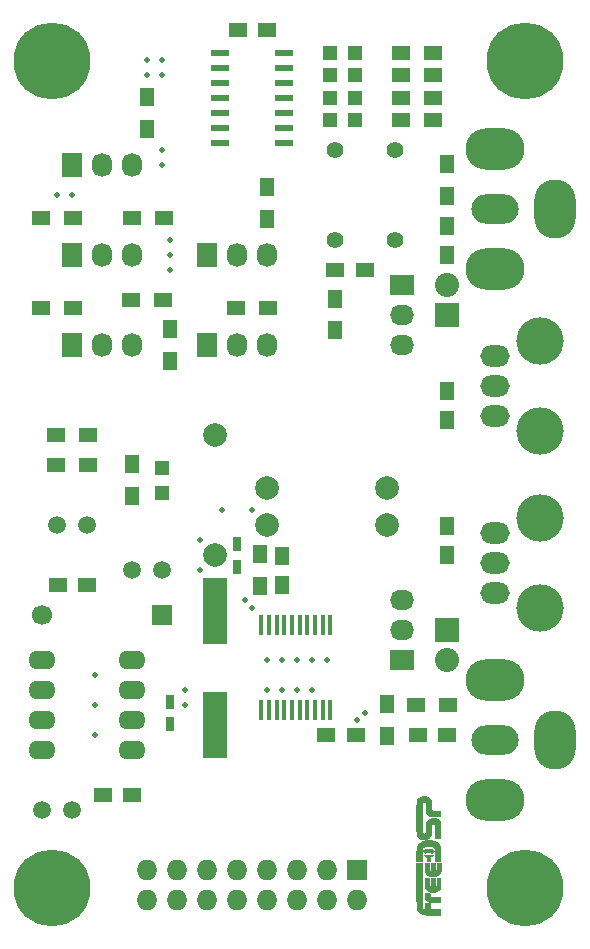
<source format=gts>
G04 #@! TF.FileFunction,Soldermask,Top*
%FSLAX46Y46*%
G04 Gerber Fmt 4.6, Leading zero omitted, Abs format (unit mm)*
G04 Created by KiCad (PCBNEW (2015-07-22 BZR 5980)-product) date Montag, 16. Mai 2016 'u14' 16:14:33*
%MOMM*%
G01*
G04 APERTURE LIST*
%ADD10C,0.100000*%
%ADD11C,0.500000*%
%ADD12C,6.500000*%
%ADD13C,1.501140*%
%ADD14R,1.500000X1.250000*%
%ADD15R,1.250000X1.500000*%
%ADD16R,0.750000X1.200000*%
%ADD17C,1.699260*%
%ADD18R,1.699260X1.699260*%
%ADD19R,1.198880X1.198880*%
%ADD20O,3.500000X5.000000*%
%ADD21O,5.000000X3.500000*%
%ADD22O,4.000000X2.500000*%
%ADD23R,2.032000X1.727200*%
%ADD24O,2.032000X1.727200*%
%ADD25R,1.727200X2.032000*%
%ADD26O,1.727200X2.032000*%
%ADD27C,1.998980*%
%ADD28R,1.727200X1.727200*%
%ADD29O,1.727200X1.727200*%
%ADD30R,1.300000X1.500000*%
%ADD31R,1.500000X1.300000*%
%ADD32C,1.397000*%
%ADD33O,2.300000X1.600000*%
%ADD34O,2.500000X1.800000*%
%ADD35C,4.000000*%
%ADD36R,1.500000X0.600000*%
%ADD37R,0.450000X1.750000*%
%ADD38R,2.032000X2.032000*%
%ADD39O,2.032000X2.032000*%
%ADD40R,2.100580X5.600700*%
G04 APERTURE END LIST*
D10*
G36*
X137370344Y-142843250D02*
X137370344Y-143228219D01*
X137370354Y-143292542D01*
X137370389Y-143349381D01*
X137370455Y-143399187D01*
X137370560Y-143442415D01*
X137370712Y-143479516D01*
X137370916Y-143510943D01*
X137371181Y-143537150D01*
X137371513Y-143558588D01*
X137371921Y-143575711D01*
X137372409Y-143588972D01*
X137372987Y-143598823D01*
X137373661Y-143605717D01*
X137374438Y-143610106D01*
X137375325Y-143612444D01*
X137376330Y-143613184D01*
X137376417Y-143613187D01*
X137384906Y-143611357D01*
X137398224Y-143606476D01*
X137414321Y-143599462D01*
X137431152Y-143591229D01*
X137446669Y-143582695D01*
X137452376Y-143579194D01*
X137473047Y-143563959D01*
X137491810Y-143546422D01*
X137506622Y-143528636D01*
X137513075Y-143518096D01*
X137515940Y-143512134D01*
X137518443Y-143505964D01*
X137520607Y-143499032D01*
X137522457Y-143490786D01*
X137524018Y-143480673D01*
X137525313Y-143468140D01*
X137526369Y-143452634D01*
X137527208Y-143433602D01*
X137527856Y-143410491D01*
X137528336Y-143382748D01*
X137528675Y-143349820D01*
X137528895Y-143311154D01*
X137529022Y-143266198D01*
X137529080Y-143214398D01*
X137529094Y-143156586D01*
X137529094Y-142851187D01*
X137693797Y-142851187D01*
X137858500Y-142851187D01*
X137857979Y-143193492D01*
X137857864Y-143245597D01*
X137857686Y-143295898D01*
X137857450Y-143343763D01*
X137857163Y-143388558D01*
X137856830Y-143429652D01*
X137856459Y-143466412D01*
X137856054Y-143498205D01*
X137855623Y-143524399D01*
X137855172Y-143544363D01*
X137854706Y-143557462D01*
X137854375Y-143562200D01*
X137843991Y-143617619D01*
X137826184Y-143670622D01*
X137801176Y-143720930D01*
X137769187Y-143768264D01*
X137730439Y-143812348D01*
X137685153Y-143852901D01*
X137633550Y-143889647D01*
X137575851Y-143922306D01*
X137563128Y-143928549D01*
X137506809Y-143952905D01*
X137449672Y-143972233D01*
X137390317Y-143986849D01*
X137327347Y-143997070D01*
X137259363Y-144003211D01*
X137225485Y-144004770D01*
X137147101Y-144004775D01*
X137073667Y-143999240D01*
X137004285Y-143987990D01*
X136938056Y-143970854D01*
X136874082Y-143947657D01*
X136832578Y-143928903D01*
X136774499Y-143896990D01*
X136722668Y-143861011D01*
X136677300Y-143821189D01*
X136638608Y-143777745D01*
X136606804Y-143730903D01*
X136582104Y-143680884D01*
X136574149Y-143659712D01*
X136570357Y-143648754D01*
X136567012Y-143638969D01*
X136564082Y-143629814D01*
X136561538Y-143620743D01*
X136559350Y-143611214D01*
X136557490Y-143600682D01*
X136555926Y-143588602D01*
X136554630Y-143574432D01*
X136553572Y-143557626D01*
X136552722Y-143537641D01*
X136552051Y-143513933D01*
X136551528Y-143485957D01*
X136551125Y-143453169D01*
X136550811Y-143415027D01*
X136550558Y-143370984D01*
X136550334Y-143320498D01*
X136550111Y-143263024D01*
X136549928Y-143215320D01*
X136548500Y-142851187D01*
X136717237Y-142851187D01*
X136885975Y-142851187D01*
X136887058Y-143171664D01*
X136888141Y-143492141D01*
X136899939Y-143513442D01*
X136909774Y-143528102D01*
X136922636Y-143543345D01*
X136931689Y-143552206D01*
X136949729Y-143565839D01*
X136972818Y-143580144D01*
X136998350Y-143593681D01*
X137023723Y-143605016D01*
X137035058Y-143609244D01*
X137056813Y-143616729D01*
X137056813Y-143229989D01*
X137056813Y-142843250D01*
X137213578Y-142843250D01*
X137370344Y-142843250D01*
X137370344Y-142843250D01*
X137370344Y-142843250D01*
G37*
X137370344Y-142843250D02*
X137370344Y-143228219D01*
X137370354Y-143292542D01*
X137370389Y-143349381D01*
X137370455Y-143399187D01*
X137370560Y-143442415D01*
X137370712Y-143479516D01*
X137370916Y-143510943D01*
X137371181Y-143537150D01*
X137371513Y-143558588D01*
X137371921Y-143575711D01*
X137372409Y-143588972D01*
X137372987Y-143598823D01*
X137373661Y-143605717D01*
X137374438Y-143610106D01*
X137375325Y-143612444D01*
X137376330Y-143613184D01*
X137376417Y-143613187D01*
X137384906Y-143611357D01*
X137398224Y-143606476D01*
X137414321Y-143599462D01*
X137431152Y-143591229D01*
X137446669Y-143582695D01*
X137452376Y-143579194D01*
X137473047Y-143563959D01*
X137491810Y-143546422D01*
X137506622Y-143528636D01*
X137513075Y-143518096D01*
X137515940Y-143512134D01*
X137518443Y-143505964D01*
X137520607Y-143499032D01*
X137522457Y-143490786D01*
X137524018Y-143480673D01*
X137525313Y-143468140D01*
X137526369Y-143452634D01*
X137527208Y-143433602D01*
X137527856Y-143410491D01*
X137528336Y-143382748D01*
X137528675Y-143349820D01*
X137528895Y-143311154D01*
X137529022Y-143266198D01*
X137529080Y-143214398D01*
X137529094Y-143156586D01*
X137529094Y-142851187D01*
X137693797Y-142851187D01*
X137858500Y-142851187D01*
X137857979Y-143193492D01*
X137857864Y-143245597D01*
X137857686Y-143295898D01*
X137857450Y-143343763D01*
X137857163Y-143388558D01*
X137856830Y-143429652D01*
X137856459Y-143466412D01*
X137856054Y-143498205D01*
X137855623Y-143524399D01*
X137855172Y-143544363D01*
X137854706Y-143557462D01*
X137854375Y-143562200D01*
X137843991Y-143617619D01*
X137826184Y-143670622D01*
X137801176Y-143720930D01*
X137769187Y-143768264D01*
X137730439Y-143812348D01*
X137685153Y-143852901D01*
X137633550Y-143889647D01*
X137575851Y-143922306D01*
X137563128Y-143928549D01*
X137506809Y-143952905D01*
X137449672Y-143972233D01*
X137390317Y-143986849D01*
X137327347Y-143997070D01*
X137259363Y-144003211D01*
X137225485Y-144004770D01*
X137147101Y-144004775D01*
X137073667Y-143999240D01*
X137004285Y-143987990D01*
X136938056Y-143970854D01*
X136874082Y-143947657D01*
X136832578Y-143928903D01*
X136774499Y-143896990D01*
X136722668Y-143861011D01*
X136677300Y-143821189D01*
X136638608Y-143777745D01*
X136606804Y-143730903D01*
X136582104Y-143680884D01*
X136574149Y-143659712D01*
X136570357Y-143648754D01*
X136567012Y-143638969D01*
X136564082Y-143629814D01*
X136561538Y-143620743D01*
X136559350Y-143611214D01*
X136557490Y-143600682D01*
X136555926Y-143588602D01*
X136554630Y-143574432D01*
X136553572Y-143557626D01*
X136552722Y-143537641D01*
X136552051Y-143513933D01*
X136551528Y-143485957D01*
X136551125Y-143453169D01*
X136550811Y-143415027D01*
X136550558Y-143370984D01*
X136550334Y-143320498D01*
X136550111Y-143263024D01*
X136549928Y-143215320D01*
X136548500Y-142851187D01*
X136717237Y-142851187D01*
X136885975Y-142851187D01*
X136887058Y-143171664D01*
X136888141Y-143492141D01*
X136899939Y-143513442D01*
X136909774Y-143528102D01*
X136922636Y-143543345D01*
X136931689Y-143552206D01*
X136949729Y-143565839D01*
X136972818Y-143580144D01*
X136998350Y-143593681D01*
X137023723Y-143605016D01*
X137035058Y-143609244D01*
X137056813Y-143616729D01*
X137056813Y-143229989D01*
X137056813Y-142843250D01*
X137213578Y-142843250D01*
X137370344Y-142843250D01*
X137370344Y-142843250D01*
G36*
X136921875Y-145403094D02*
X136922211Y-145443773D01*
X136922442Y-145460115D01*
X136922894Y-145482518D01*
X136923524Y-145509112D01*
X136924286Y-145538024D01*
X136925134Y-145567385D01*
X136925391Y-145575734D01*
X136926335Y-145605061D01*
X136927206Y-145627681D01*
X136928153Y-145644824D01*
X136929327Y-145657718D01*
X136930878Y-145667592D01*
X136932954Y-145675673D01*
X136935706Y-145683191D01*
X136939285Y-145691374D01*
X136939578Y-145692021D01*
X136955098Y-145717591D01*
X136976037Y-145739269D01*
X137000659Y-145755401D01*
X137010747Y-145759781D01*
X137018390Y-145762592D01*
X137025740Y-145765080D01*
X137033298Y-145767260D01*
X137041567Y-145769150D01*
X137051049Y-145770764D01*
X137062248Y-145772119D01*
X137075665Y-145773230D01*
X137091803Y-145774114D01*
X137111164Y-145774786D01*
X137134251Y-145775262D01*
X137161565Y-145775558D01*
X137193611Y-145775690D01*
X137230889Y-145775674D01*
X137273903Y-145775526D01*
X137323155Y-145775261D01*
X137379148Y-145774895D01*
X137442383Y-145774445D01*
X137468571Y-145774254D01*
X137854532Y-145771431D01*
X137854532Y-145960325D01*
X137854532Y-146149219D01*
X137393164Y-146149195D01*
X137319998Y-146149186D01*
X137254302Y-146149156D01*
X137195611Y-146149090D01*
X137143458Y-146148972D01*
X137097378Y-146148788D01*
X137056903Y-146148521D01*
X137021567Y-146148157D01*
X136990904Y-146147681D01*
X136964447Y-146147076D01*
X136941730Y-146146327D01*
X136922287Y-146145420D01*
X136905652Y-146144339D01*
X136891357Y-146143069D01*
X136878936Y-146141594D01*
X136867924Y-146139899D01*
X136857854Y-146137968D01*
X136848259Y-146135787D01*
X136838672Y-146133339D01*
X136828772Y-146130650D01*
X136776257Y-146112404D01*
X136728414Y-146088072D01*
X136685604Y-146058017D01*
X136648191Y-146022600D01*
X136616538Y-145982183D01*
X136591007Y-145937128D01*
X136571961Y-145887797D01*
X136566852Y-145869422D01*
X136563748Y-145856250D01*
X136561133Y-145842972D01*
X136558966Y-145828791D01*
X136557206Y-145812908D01*
X136555813Y-145794528D01*
X136554745Y-145772853D01*
X136553962Y-145747085D01*
X136553422Y-145716428D01*
X136553086Y-145680085D01*
X136552911Y-145637258D01*
X136552860Y-145596570D01*
X136552782Y-145403094D01*
X136737328Y-145403094D01*
X136921875Y-145403094D01*
X136921875Y-145403094D01*
X136921875Y-145403094D01*
G37*
X136921875Y-145403094D02*
X136922211Y-145443773D01*
X136922442Y-145460115D01*
X136922894Y-145482518D01*
X136923524Y-145509112D01*
X136924286Y-145538024D01*
X136925134Y-145567385D01*
X136925391Y-145575734D01*
X136926335Y-145605061D01*
X136927206Y-145627681D01*
X136928153Y-145644824D01*
X136929327Y-145657718D01*
X136930878Y-145667592D01*
X136932954Y-145675673D01*
X136935706Y-145683191D01*
X136939285Y-145691374D01*
X136939578Y-145692021D01*
X136955098Y-145717591D01*
X136976037Y-145739269D01*
X137000659Y-145755401D01*
X137010747Y-145759781D01*
X137018390Y-145762592D01*
X137025740Y-145765080D01*
X137033298Y-145767260D01*
X137041567Y-145769150D01*
X137051049Y-145770764D01*
X137062248Y-145772119D01*
X137075665Y-145773230D01*
X137091803Y-145774114D01*
X137111164Y-145774786D01*
X137134251Y-145775262D01*
X137161565Y-145775558D01*
X137193611Y-145775690D01*
X137230889Y-145775674D01*
X137273903Y-145775526D01*
X137323155Y-145775261D01*
X137379148Y-145774895D01*
X137442383Y-145774445D01*
X137468571Y-145774254D01*
X137854532Y-145771431D01*
X137854532Y-145960325D01*
X137854532Y-146149219D01*
X137393164Y-146149195D01*
X137319998Y-146149186D01*
X137254302Y-146149156D01*
X137195611Y-146149090D01*
X137143458Y-146148972D01*
X137097378Y-146148788D01*
X137056903Y-146148521D01*
X137021567Y-146148157D01*
X136990904Y-146147681D01*
X136964447Y-146147076D01*
X136941730Y-146146327D01*
X136922287Y-146145420D01*
X136905652Y-146144339D01*
X136891357Y-146143069D01*
X136878936Y-146141594D01*
X136867924Y-146139899D01*
X136857854Y-146137968D01*
X136848259Y-146135787D01*
X136838672Y-146133339D01*
X136828772Y-146130650D01*
X136776257Y-146112404D01*
X136728414Y-146088072D01*
X136685604Y-146058017D01*
X136648191Y-146022600D01*
X136616538Y-145982183D01*
X136591007Y-145937128D01*
X136571961Y-145887797D01*
X136566852Y-145869422D01*
X136563748Y-145856250D01*
X136561133Y-145842972D01*
X136558966Y-145828791D01*
X136557206Y-145812908D01*
X136555813Y-145794528D01*
X136554745Y-145772853D01*
X136553962Y-145747085D01*
X136553422Y-145716428D01*
X136553086Y-145680085D01*
X136552911Y-145637258D01*
X136552860Y-145596570D01*
X136552782Y-145403094D01*
X136737328Y-145403094D01*
X136921875Y-145403094D01*
X136921875Y-145403094D01*
G36*
X137370344Y-144160875D02*
X137370344Y-144546111D01*
X137370344Y-144931347D01*
X137379274Y-144928722D01*
X137386803Y-144925866D01*
X137399250Y-144920494D01*
X137414401Y-144913574D01*
X137420728Y-144910587D01*
X137448306Y-144894908D01*
X137473713Y-144875689D01*
X137495157Y-144854506D01*
X137510841Y-144832938D01*
X137512509Y-144829913D01*
X137523141Y-144809766D01*
X137524223Y-144487305D01*
X137525306Y-144164844D01*
X137689919Y-144164844D01*
X137854532Y-144164844D01*
X137854250Y-144521039D01*
X137854194Y-144582591D01*
X137854123Y-144636742D01*
X137854027Y-144684027D01*
X137853893Y-144724982D01*
X137853712Y-144760143D01*
X137853472Y-144790046D01*
X137853162Y-144815227D01*
X137852772Y-144836222D01*
X137852291Y-144853566D01*
X137851707Y-144867795D01*
X137851010Y-144879445D01*
X137850188Y-144889053D01*
X137849232Y-144897154D01*
X137848129Y-144904283D01*
X137846870Y-144910978D01*
X137846245Y-144914012D01*
X137830733Y-144969309D01*
X137808127Y-145021172D01*
X137778394Y-145069649D01*
X137741502Y-145114782D01*
X137697417Y-145156618D01*
X137646106Y-145195201D01*
X137636250Y-145201708D01*
X137577416Y-145235981D01*
X137515984Y-145264138D01*
X137451384Y-145286323D01*
X137383043Y-145302677D01*
X137310390Y-145313343D01*
X137232855Y-145318461D01*
X137165953Y-145318636D01*
X137102980Y-145315790D01*
X137046010Y-145310082D01*
X136993518Y-145301173D01*
X136943983Y-145288724D01*
X136895880Y-145272397D01*
X136847688Y-145251855D01*
X136832578Y-145244621D01*
X136773385Y-145212206D01*
X136721294Y-145176413D01*
X136676131Y-145137032D01*
X136637718Y-145093852D01*
X136605882Y-145046663D01*
X136580445Y-144995254D01*
X136561233Y-144939415D01*
X136554144Y-144910855D01*
X136553004Y-144904928D01*
X136551993Y-144897805D01*
X136551101Y-144888974D01*
X136550317Y-144877922D01*
X136549629Y-144864136D01*
X136549028Y-144847103D01*
X136548501Y-144826309D01*
X136548040Y-144801242D01*
X136547631Y-144771388D01*
X136547266Y-144736235D01*
X136546933Y-144695269D01*
X136546621Y-144647978D01*
X136546319Y-144593848D01*
X136546018Y-144532367D01*
X136545974Y-144523023D01*
X136544317Y-144164844D01*
X136714245Y-144164843D01*
X136884172Y-144164842D01*
X136884172Y-144481351D01*
X136884172Y-144797859D01*
X136894813Y-144820562D01*
X136910102Y-144845091D01*
X136931789Y-144868220D01*
X136958333Y-144888372D01*
X136964964Y-144892421D01*
X136977724Y-144899324D01*
X136993527Y-144907081D01*
X137010522Y-144914882D01*
X137026858Y-144921914D01*
X137040684Y-144927367D01*
X137050149Y-144930429D01*
X137052568Y-144930812D01*
X137053348Y-144927880D01*
X137054043Y-144918950D01*
X137054654Y-144903827D01*
X137055185Y-144882314D01*
X137055637Y-144854215D01*
X137056012Y-144819333D01*
X137056312Y-144777471D01*
X137056540Y-144728434D01*
X137056698Y-144672024D01*
X137056788Y-144608044D01*
X137056813Y-144545844D01*
X137056813Y-144160875D01*
X137213578Y-144160875D01*
X137370344Y-144160875D01*
X137370344Y-144160875D01*
X137370344Y-144160875D01*
G37*
X137370344Y-144160875D02*
X137370344Y-144546111D01*
X137370344Y-144931347D01*
X137379274Y-144928722D01*
X137386803Y-144925866D01*
X137399250Y-144920494D01*
X137414401Y-144913574D01*
X137420728Y-144910587D01*
X137448306Y-144894908D01*
X137473713Y-144875689D01*
X137495157Y-144854506D01*
X137510841Y-144832938D01*
X137512509Y-144829913D01*
X137523141Y-144809766D01*
X137524223Y-144487305D01*
X137525306Y-144164844D01*
X137689919Y-144164844D01*
X137854532Y-144164844D01*
X137854250Y-144521039D01*
X137854194Y-144582591D01*
X137854123Y-144636742D01*
X137854027Y-144684027D01*
X137853893Y-144724982D01*
X137853712Y-144760143D01*
X137853472Y-144790046D01*
X137853162Y-144815227D01*
X137852772Y-144836222D01*
X137852291Y-144853566D01*
X137851707Y-144867795D01*
X137851010Y-144879445D01*
X137850188Y-144889053D01*
X137849232Y-144897154D01*
X137848129Y-144904283D01*
X137846870Y-144910978D01*
X137846245Y-144914012D01*
X137830733Y-144969309D01*
X137808127Y-145021172D01*
X137778394Y-145069649D01*
X137741502Y-145114782D01*
X137697417Y-145156618D01*
X137646106Y-145195201D01*
X137636250Y-145201708D01*
X137577416Y-145235981D01*
X137515984Y-145264138D01*
X137451384Y-145286323D01*
X137383043Y-145302677D01*
X137310390Y-145313343D01*
X137232855Y-145318461D01*
X137165953Y-145318636D01*
X137102980Y-145315790D01*
X137046010Y-145310082D01*
X136993518Y-145301173D01*
X136943983Y-145288724D01*
X136895880Y-145272397D01*
X136847688Y-145251855D01*
X136832578Y-145244621D01*
X136773385Y-145212206D01*
X136721294Y-145176413D01*
X136676131Y-145137032D01*
X136637718Y-145093852D01*
X136605882Y-145046663D01*
X136580445Y-144995254D01*
X136561233Y-144939415D01*
X136554144Y-144910855D01*
X136553004Y-144904928D01*
X136551993Y-144897805D01*
X136551101Y-144888974D01*
X136550317Y-144877922D01*
X136549629Y-144864136D01*
X136549028Y-144847103D01*
X136548501Y-144826309D01*
X136548040Y-144801242D01*
X136547631Y-144771388D01*
X136547266Y-144736235D01*
X136546933Y-144695269D01*
X136546621Y-144647978D01*
X136546319Y-144593848D01*
X136546018Y-144532367D01*
X136545974Y-144523023D01*
X136544317Y-144164844D01*
X136714245Y-144164843D01*
X136884172Y-144164842D01*
X136884172Y-144481351D01*
X136884172Y-144797859D01*
X136894813Y-144820562D01*
X136910102Y-144845091D01*
X136931789Y-144868220D01*
X136958333Y-144888372D01*
X136964964Y-144892421D01*
X136977724Y-144899324D01*
X136993527Y-144907081D01*
X137010522Y-144914882D01*
X137026858Y-144921914D01*
X137040684Y-144927367D01*
X137050149Y-144930429D01*
X137052568Y-144930812D01*
X137053348Y-144927880D01*
X137054043Y-144918950D01*
X137054654Y-144903827D01*
X137055185Y-144882314D01*
X137055637Y-144854215D01*
X137056012Y-144819333D01*
X137056312Y-144777471D01*
X137056540Y-144728434D01*
X137056698Y-144672024D01*
X137056788Y-144608044D01*
X137056813Y-144545844D01*
X137056813Y-144160875D01*
X137213578Y-144160875D01*
X137370344Y-144160875D01*
X137370344Y-144160875D01*
G36*
X136251107Y-142843250D02*
X136252124Y-144715508D01*
X136253141Y-146587766D01*
X136265285Y-146621675D01*
X136281719Y-146659322D01*
X136302545Y-146691662D01*
X136329071Y-146720701D01*
X136330838Y-146722350D01*
X136365230Y-146748991D01*
X136404847Y-146770513D01*
X136448514Y-146786487D01*
X136495053Y-146796488D01*
X136543290Y-146800089D01*
X136545131Y-146800094D01*
X136568657Y-146800094D01*
X136568657Y-146542125D01*
X136568657Y-146284156D01*
X136755188Y-146284156D01*
X136941719Y-146284156D01*
X136941719Y-146542125D01*
X136941719Y-146800094D01*
X137396141Y-146800094D01*
X137850563Y-146800094D01*
X137850563Y-147024509D01*
X137850563Y-147248923D01*
X137258227Y-147247485D01*
X137175939Y-147247286D01*
X137101142Y-147247097D01*
X137033390Y-147246905D01*
X136972237Y-147246697D01*
X136917235Y-147246460D01*
X136867938Y-147246180D01*
X136823901Y-147245845D01*
X136784677Y-147245440D01*
X136749819Y-147244952D01*
X136718881Y-147244369D01*
X136691416Y-147243677D01*
X136666979Y-147242862D01*
X136645122Y-147241912D01*
X136625400Y-147240812D01*
X136607366Y-147239551D01*
X136590574Y-147238114D01*
X136574576Y-147236487D01*
X136558928Y-147234659D01*
X136543182Y-147232616D01*
X136526892Y-147230343D01*
X136509612Y-147227829D01*
X136490895Y-147225059D01*
X136487297Y-147224526D01*
X136402474Y-147209344D01*
X136323843Y-147189753D01*
X136250874Y-147165567D01*
X136183035Y-147136595D01*
X136119796Y-147102651D01*
X136088528Y-147082955D01*
X136060069Y-147062305D01*
X136030160Y-147037511D01*
X136000494Y-147010201D01*
X135972762Y-146982009D01*
X135948654Y-146954563D01*
X135930803Y-146930891D01*
X135897384Y-146874685D01*
X135869833Y-146813460D01*
X135848330Y-146747737D01*
X135833058Y-146678033D01*
X135826745Y-146632570D01*
X135826375Y-146625917D01*
X135826024Y-146612836D01*
X135825690Y-146593258D01*
X135825374Y-146567115D01*
X135825076Y-146534338D01*
X135824795Y-146494860D01*
X135824531Y-146448611D01*
X135824285Y-146395524D01*
X135824055Y-146335531D01*
X135823842Y-146268562D01*
X135823645Y-146194550D01*
X135823466Y-146113426D01*
X135823302Y-146025121D01*
X135823155Y-145929569D01*
X135823023Y-145826699D01*
X135822908Y-145716444D01*
X135822808Y-145598736D01*
X135822724Y-145473506D01*
X135822655Y-145340685D01*
X135822602Y-145200206D01*
X135822563Y-145052000D01*
X135822540Y-144895998D01*
X135822532Y-144732133D01*
X135822532Y-144718641D01*
X135822532Y-142843250D01*
X136036819Y-142843250D01*
X136251107Y-142843250D01*
X136251107Y-142843250D01*
X136251107Y-142843250D01*
G37*
X136251107Y-142843250D02*
X136252124Y-144715508D01*
X136253141Y-146587766D01*
X136265285Y-146621675D01*
X136281719Y-146659322D01*
X136302545Y-146691662D01*
X136329071Y-146720701D01*
X136330838Y-146722350D01*
X136365230Y-146748991D01*
X136404847Y-146770513D01*
X136448514Y-146786487D01*
X136495053Y-146796488D01*
X136543290Y-146800089D01*
X136545131Y-146800094D01*
X136568657Y-146800094D01*
X136568657Y-146542125D01*
X136568657Y-146284156D01*
X136755188Y-146284156D01*
X136941719Y-146284156D01*
X136941719Y-146542125D01*
X136941719Y-146800094D01*
X137396141Y-146800094D01*
X137850563Y-146800094D01*
X137850563Y-147024509D01*
X137850563Y-147248923D01*
X137258227Y-147247485D01*
X137175939Y-147247286D01*
X137101142Y-147247097D01*
X137033390Y-147246905D01*
X136972237Y-147246697D01*
X136917235Y-147246460D01*
X136867938Y-147246180D01*
X136823901Y-147245845D01*
X136784677Y-147245440D01*
X136749819Y-147244952D01*
X136718881Y-147244369D01*
X136691416Y-147243677D01*
X136666979Y-147242862D01*
X136645122Y-147241912D01*
X136625400Y-147240812D01*
X136607366Y-147239551D01*
X136590574Y-147238114D01*
X136574576Y-147236487D01*
X136558928Y-147234659D01*
X136543182Y-147232616D01*
X136526892Y-147230343D01*
X136509612Y-147227829D01*
X136490895Y-147225059D01*
X136487297Y-147224526D01*
X136402474Y-147209344D01*
X136323843Y-147189753D01*
X136250874Y-147165567D01*
X136183035Y-147136595D01*
X136119796Y-147102651D01*
X136088528Y-147082955D01*
X136060069Y-147062305D01*
X136030160Y-147037511D01*
X136000494Y-147010201D01*
X135972762Y-146982009D01*
X135948654Y-146954563D01*
X135930803Y-146930891D01*
X135897384Y-146874685D01*
X135869833Y-146813460D01*
X135848330Y-146747737D01*
X135833058Y-146678033D01*
X135826745Y-146632570D01*
X135826375Y-146625917D01*
X135826024Y-146612836D01*
X135825690Y-146593258D01*
X135825374Y-146567115D01*
X135825076Y-146534338D01*
X135824795Y-146494860D01*
X135824531Y-146448611D01*
X135824285Y-146395524D01*
X135824055Y-146335531D01*
X135823842Y-146268562D01*
X135823645Y-146194550D01*
X135823466Y-146113426D01*
X135823302Y-146025121D01*
X135823155Y-145929569D01*
X135823023Y-145826699D01*
X135822908Y-145716444D01*
X135822808Y-145598736D01*
X135822724Y-145473506D01*
X135822655Y-145340685D01*
X135822602Y-145200206D01*
X135822563Y-145052000D01*
X135822540Y-144895998D01*
X135822532Y-144732133D01*
X135822532Y-144718641D01*
X135822532Y-142843250D01*
X136036819Y-142843250D01*
X136251107Y-142843250D01*
X136251107Y-142843250D01*
G36*
X136858408Y-140936325D02*
X136899105Y-140936788D01*
X136938341Y-140937733D01*
X136974552Y-140939151D01*
X137006174Y-140941033D01*
X137031645Y-140943371D01*
X137033000Y-140943532D01*
X137130050Y-140958505D01*
X137222018Y-140979286D01*
X137308771Y-141005838D01*
X137390173Y-141038122D01*
X137425907Y-141054948D01*
X137498975Y-141094762D01*
X137565410Y-141138390D01*
X137625120Y-141185723D01*
X137678011Y-141236652D01*
X137723990Y-141291067D01*
X137762966Y-141348860D01*
X137794845Y-141409921D01*
X137819533Y-141474141D01*
X137836185Y-141537692D01*
X137838200Y-141547787D01*
X137840016Y-141557818D01*
X137841645Y-141568226D01*
X137843097Y-141579452D01*
X137844382Y-141591936D01*
X137845510Y-141606121D01*
X137846490Y-141622446D01*
X137847335Y-141641353D01*
X137848053Y-141663283D01*
X137848655Y-141688676D01*
X137849151Y-141717974D01*
X137849551Y-141751617D01*
X137849866Y-141790046D01*
X137850105Y-141833703D01*
X137850279Y-141883029D01*
X137850399Y-141938463D01*
X137850473Y-142000448D01*
X137850513Y-142069424D01*
X137850529Y-142145832D01*
X137850530Y-142157648D01*
X137850563Y-142676562D01*
X137630297Y-142676562D01*
X137410032Y-142676562D01*
X137410002Y-142213211D01*
X137409959Y-142132695D01*
X137409844Y-142059055D01*
X137409657Y-141992400D01*
X137409399Y-141932838D01*
X137409071Y-141880478D01*
X137408674Y-141835427D01*
X137408209Y-141797794D01*
X137407676Y-141767688D01*
X137407076Y-141745217D01*
X137406412Y-141730490D01*
X137405843Y-141724417D01*
X137396738Y-141685279D01*
X137382399Y-141650314D01*
X137361958Y-141617852D01*
X137334545Y-141586224D01*
X137333004Y-141584663D01*
X137294673Y-141551149D01*
X137249509Y-141520733D01*
X137198091Y-141493666D01*
X137140995Y-141470200D01*
X137078799Y-141450586D01*
X137012079Y-141435074D01*
X136973469Y-141428352D01*
X136947481Y-141425192D01*
X136915548Y-141422641D01*
X136879646Y-141420748D01*
X136841748Y-141419561D01*
X136803829Y-141419127D01*
X136767861Y-141419497D01*
X136735819Y-141420716D01*
X136716998Y-141422082D01*
X136649181Y-141430556D01*
X136586788Y-141443155D01*
X136528217Y-141460311D01*
X136471867Y-141482456D01*
X136443641Y-141495724D01*
X136397236Y-141521324D01*
X136358069Y-141548716D01*
X136325536Y-141578458D01*
X136299034Y-141611106D01*
X136277961Y-141647218D01*
X136276594Y-141650058D01*
X136272934Y-141657754D01*
X136269647Y-141664908D01*
X136266713Y-141671968D01*
X136264112Y-141679381D01*
X136261824Y-141687592D01*
X136259829Y-141697049D01*
X136258105Y-141708197D01*
X136256634Y-141721484D01*
X136255395Y-141737355D01*
X136254368Y-141756259D01*
X136253532Y-141778640D01*
X136252868Y-141804945D01*
X136252354Y-141835622D01*
X136251972Y-141871116D01*
X136251700Y-141911875D01*
X136251519Y-141958344D01*
X136251408Y-142010970D01*
X136251347Y-142070200D01*
X136251316Y-142136481D01*
X136251295Y-142209242D01*
X136251157Y-142676562D01*
X136036748Y-142676562D01*
X135822341Y-142676562D01*
X135823434Y-142135820D01*
X135824529Y-141595078D01*
X135833607Y-141552353D01*
X135851916Y-141484037D01*
X135877059Y-141419421D01*
X135909110Y-141358407D01*
X135948143Y-141300896D01*
X135994231Y-141246790D01*
X136047447Y-141195991D01*
X136107866Y-141148401D01*
X136164002Y-141110979D01*
X136236279Y-141069951D01*
X136311737Y-141034550D01*
X136391002Y-141004573D01*
X136474701Y-140979816D01*
X136563460Y-140960077D01*
X136657906Y-140945153D01*
X136687719Y-140941554D01*
X136712272Y-140939472D01*
X136743181Y-140937917D01*
X136778882Y-140936880D01*
X136817812Y-140936352D01*
X136858408Y-140936325D01*
X136858408Y-140936325D01*
X136858408Y-140936325D01*
G37*
X136858408Y-140936325D02*
X136899105Y-140936788D01*
X136938341Y-140937733D01*
X136974552Y-140939151D01*
X137006174Y-140941033D01*
X137031645Y-140943371D01*
X137033000Y-140943532D01*
X137130050Y-140958505D01*
X137222018Y-140979286D01*
X137308771Y-141005838D01*
X137390173Y-141038122D01*
X137425907Y-141054948D01*
X137498975Y-141094762D01*
X137565410Y-141138390D01*
X137625120Y-141185723D01*
X137678011Y-141236652D01*
X137723990Y-141291067D01*
X137762966Y-141348860D01*
X137794845Y-141409921D01*
X137819533Y-141474141D01*
X137836185Y-141537692D01*
X137838200Y-141547787D01*
X137840016Y-141557818D01*
X137841645Y-141568226D01*
X137843097Y-141579452D01*
X137844382Y-141591936D01*
X137845510Y-141606121D01*
X137846490Y-141622446D01*
X137847335Y-141641353D01*
X137848053Y-141663283D01*
X137848655Y-141688676D01*
X137849151Y-141717974D01*
X137849551Y-141751617D01*
X137849866Y-141790046D01*
X137850105Y-141833703D01*
X137850279Y-141883029D01*
X137850399Y-141938463D01*
X137850473Y-142000448D01*
X137850513Y-142069424D01*
X137850529Y-142145832D01*
X137850530Y-142157648D01*
X137850563Y-142676562D01*
X137630297Y-142676562D01*
X137410032Y-142676562D01*
X137410002Y-142213211D01*
X137409959Y-142132695D01*
X137409844Y-142059055D01*
X137409657Y-141992400D01*
X137409399Y-141932838D01*
X137409071Y-141880478D01*
X137408674Y-141835427D01*
X137408209Y-141797794D01*
X137407676Y-141767688D01*
X137407076Y-141745217D01*
X137406412Y-141730490D01*
X137405843Y-141724417D01*
X137396738Y-141685279D01*
X137382399Y-141650314D01*
X137361958Y-141617852D01*
X137334545Y-141586224D01*
X137333004Y-141584663D01*
X137294673Y-141551149D01*
X137249509Y-141520733D01*
X137198091Y-141493666D01*
X137140995Y-141470200D01*
X137078799Y-141450586D01*
X137012079Y-141435074D01*
X136973469Y-141428352D01*
X136947481Y-141425192D01*
X136915548Y-141422641D01*
X136879646Y-141420748D01*
X136841748Y-141419561D01*
X136803829Y-141419127D01*
X136767861Y-141419497D01*
X136735819Y-141420716D01*
X136716998Y-141422082D01*
X136649181Y-141430556D01*
X136586788Y-141443155D01*
X136528217Y-141460311D01*
X136471867Y-141482456D01*
X136443641Y-141495724D01*
X136397236Y-141521324D01*
X136358069Y-141548716D01*
X136325536Y-141578458D01*
X136299034Y-141611106D01*
X136277961Y-141647218D01*
X136276594Y-141650058D01*
X136272934Y-141657754D01*
X136269647Y-141664908D01*
X136266713Y-141671968D01*
X136264112Y-141679381D01*
X136261824Y-141687592D01*
X136259829Y-141697049D01*
X136258105Y-141708197D01*
X136256634Y-141721484D01*
X136255395Y-141737355D01*
X136254368Y-141756259D01*
X136253532Y-141778640D01*
X136252868Y-141804945D01*
X136252354Y-141835622D01*
X136251972Y-141871116D01*
X136251700Y-141911875D01*
X136251519Y-141958344D01*
X136251408Y-142010970D01*
X136251347Y-142070200D01*
X136251316Y-142136481D01*
X136251295Y-142209242D01*
X136251157Y-142676562D01*
X136036748Y-142676562D01*
X135822341Y-142676562D01*
X135823434Y-142135820D01*
X135824529Y-141595078D01*
X135833607Y-141552353D01*
X135851916Y-141484037D01*
X135877059Y-141419421D01*
X135909110Y-141358407D01*
X135948143Y-141300896D01*
X135994231Y-141246790D01*
X136047447Y-141195991D01*
X136107866Y-141148401D01*
X136164002Y-141110979D01*
X136236279Y-141069951D01*
X136311737Y-141034550D01*
X136391002Y-141004573D01*
X136474701Y-140979816D01*
X136563460Y-140960077D01*
X136657906Y-140945153D01*
X136687719Y-140941554D01*
X136712272Y-140939472D01*
X136743181Y-140937917D01*
X136778882Y-140936880D01*
X136817812Y-140936352D01*
X136858408Y-140936325D01*
X136858408Y-140936325D01*
G36*
X136441984Y-137228096D02*
X136467453Y-137228741D01*
X136542538Y-137234975D01*
X136613151Y-137247620D01*
X136679646Y-137266785D01*
X136742380Y-137292580D01*
X136801708Y-137325114D01*
X136821786Y-137338148D01*
X136874025Y-137377482D01*
X136919167Y-137420151D01*
X136957490Y-137466556D01*
X136989272Y-137517099D01*
X137014791Y-137572183D01*
X137034326Y-137632208D01*
X137039267Y-137652125D01*
X137040604Y-137658631D01*
X137041779Y-137666207D01*
X137042809Y-137675439D01*
X137043712Y-137686914D01*
X137044506Y-137701219D01*
X137045209Y-137718943D01*
X137045838Y-137740671D01*
X137046411Y-137766991D01*
X137046946Y-137798490D01*
X137047461Y-137835756D01*
X137047973Y-137879375D01*
X137048501Y-137929935D01*
X137048888Y-137969625D01*
X137049418Y-138024456D01*
X137049902Y-138071953D01*
X137050363Y-138112718D01*
X137050820Y-138147356D01*
X137051295Y-138176469D01*
X137051810Y-138200660D01*
X137052387Y-138220532D01*
X137053045Y-138236688D01*
X137053807Y-138249731D01*
X137054694Y-138260265D01*
X137055727Y-138268893D01*
X137056928Y-138276217D01*
X137058317Y-138282841D01*
X137059917Y-138289367D01*
X137060236Y-138290602D01*
X137074705Y-138333697D01*
X137094500Y-138371198D01*
X137119894Y-138403381D01*
X137151166Y-138430523D01*
X137188591Y-138452902D01*
X137232445Y-138470794D01*
X137243344Y-138474265D01*
X137249099Y-138475981D01*
X137254669Y-138477467D01*
X137260645Y-138478744D01*
X137267622Y-138479829D01*
X137276192Y-138480743D01*
X137286948Y-138481505D01*
X137300484Y-138482134D01*
X137317393Y-138482649D01*
X137338267Y-138483069D01*
X137363700Y-138483414D01*
X137394285Y-138483704D01*
X137430615Y-138483956D01*
X137473284Y-138484192D01*
X137522883Y-138484428D01*
X137561836Y-138484605D01*
X137850563Y-138485902D01*
X137850563Y-138707982D01*
X137850563Y-138930062D01*
X137494065Y-138930062D01*
X137427790Y-138930042D01*
X137368898Y-138929968D01*
X137316834Y-138929822D01*
X137271043Y-138929586D01*
X137230971Y-138929240D01*
X137196062Y-138928765D01*
X137165761Y-138928144D01*
X137139515Y-138927357D01*
X137116768Y-138926386D01*
X137096966Y-138925212D01*
X137079553Y-138923815D01*
X137063975Y-138922179D01*
X137049677Y-138920283D01*
X137036105Y-138918109D01*
X137022703Y-138915639D01*
X137013790Y-138913858D01*
X136950521Y-138897349D01*
X136891695Y-138874731D01*
X136837623Y-138846279D01*
X136788616Y-138812270D01*
X136744984Y-138772977D01*
X136707039Y-138728675D01*
X136675091Y-138679641D01*
X136649451Y-138626148D01*
X136632658Y-138576697D01*
X136629031Y-138563562D01*
X136625835Y-138551281D01*
X136623039Y-138539273D01*
X136620612Y-138526958D01*
X136618522Y-138513755D01*
X136616738Y-138499084D01*
X136615228Y-138482365D01*
X136613961Y-138463018D01*
X136612906Y-138440461D01*
X136612031Y-138414114D01*
X136611305Y-138383398D01*
X136610696Y-138347731D01*
X136610174Y-138306534D01*
X136609706Y-138259225D01*
X136609261Y-138205225D01*
X136608809Y-138143953D01*
X136608740Y-138134328D01*
X136606360Y-137800953D01*
X136596564Y-137781109D01*
X136578931Y-137753772D01*
X136556178Y-137731459D01*
X136529312Y-137714150D01*
X136499341Y-137701823D01*
X136467271Y-137694456D01*
X136434111Y-137692029D01*
X136400866Y-137694520D01*
X136368545Y-137701907D01*
X136338154Y-137714170D01*
X136310701Y-137731286D01*
X136287192Y-137753234D01*
X136268636Y-137779993D01*
X136264548Y-137788164D01*
X136253141Y-137812859D01*
X136253141Y-139045156D01*
X136253142Y-139162485D01*
X136253147Y-139272141D01*
X136253156Y-139374388D01*
X136253172Y-139469489D01*
X136253196Y-139557710D01*
X136253230Y-139639315D01*
X136253274Y-139714566D01*
X136253332Y-139783730D01*
X136253403Y-139847070D01*
X136253490Y-139904850D01*
X136253595Y-139957334D01*
X136253718Y-140004787D01*
X136253862Y-140047472D01*
X136254027Y-140085654D01*
X136254216Y-140119597D01*
X136254431Y-140149566D01*
X136254671Y-140175824D01*
X136254940Y-140198636D01*
X136255238Y-140218265D01*
X136255568Y-140234976D01*
X136255930Y-140249034D01*
X136256327Y-140260702D01*
X136256759Y-140270244D01*
X136257229Y-140277925D01*
X136257737Y-140284010D01*
X136258286Y-140288761D01*
X136258877Y-140292443D01*
X136259512Y-140295321D01*
X136260191Y-140297658D01*
X136260466Y-140298474D01*
X136270403Y-140318240D01*
X136285888Y-140338688D01*
X136305021Y-140357754D01*
X136325903Y-140373373D01*
X136333341Y-140377680D01*
X136370572Y-140393073D01*
X136409968Y-140401233D01*
X136450349Y-140402124D01*
X136490534Y-140395711D01*
X136526016Y-140383462D01*
X136545407Y-140372065D01*
X136564959Y-140355807D01*
X136582298Y-140337010D01*
X136595049Y-140317999D01*
X136597024Y-140313973D01*
X136606360Y-140293328D01*
X136608635Y-139920266D01*
X136609035Y-139854794D01*
X136609413Y-139796720D01*
X136609798Y-139745502D01*
X136610223Y-139700599D01*
X136610717Y-139661471D01*
X136611311Y-139627578D01*
X136612038Y-139598379D01*
X136612928Y-139573333D01*
X136614011Y-139551899D01*
X136615320Y-139533538D01*
X136616885Y-139517709D01*
X136618737Y-139503870D01*
X136620907Y-139491482D01*
X136623426Y-139480004D01*
X136626325Y-139468895D01*
X136629635Y-139457614D01*
X136633388Y-139445622D01*
X136636434Y-139436078D01*
X136657509Y-139382877D01*
X136685782Y-139331984D01*
X136720699Y-139284021D01*
X136761701Y-139239605D01*
X136808234Y-139199358D01*
X136859741Y-139163897D01*
X136901820Y-139140556D01*
X136962859Y-139114148D01*
X137027987Y-139093724D01*
X137096142Y-139079287D01*
X137166266Y-139070842D01*
X137237297Y-139068391D01*
X137308177Y-139071938D01*
X137377844Y-139081485D01*
X137445239Y-139097036D01*
X137509301Y-139118595D01*
X137554169Y-139138533D01*
X137611914Y-139171024D01*
X137664091Y-139208251D01*
X137710367Y-139249843D01*
X137750414Y-139295428D01*
X137783901Y-139344635D01*
X137810499Y-139397092D01*
X137828406Y-139447233D01*
X137831285Y-139457158D01*
X137833904Y-139466396D01*
X137836274Y-139475351D01*
X137838409Y-139484422D01*
X137840319Y-139494012D01*
X137842018Y-139504523D01*
X137843518Y-139516356D01*
X137844832Y-139529913D01*
X137845971Y-139545595D01*
X137846948Y-139563805D01*
X137847776Y-139584943D01*
X137848467Y-139609412D01*
X137849034Y-139637612D01*
X137849488Y-139669947D01*
X137849842Y-139706817D01*
X137850108Y-139748624D01*
X137850300Y-139795769D01*
X137850428Y-139848655D01*
X137850507Y-139907683D01*
X137850547Y-139973255D01*
X137850562Y-140045772D01*
X137850563Y-140125636D01*
X137850563Y-140165845D01*
X137850563Y-140767594D01*
X137634333Y-140767594D01*
X137418103Y-140767594D01*
X137417044Y-140208992D01*
X137415985Y-139650391D01*
X137406628Y-139629698D01*
X137390862Y-139604165D01*
X137368666Y-139581962D01*
X137341036Y-139563616D01*
X137308968Y-139549653D01*
X137273457Y-139540599D01*
X137235499Y-139536980D01*
X137231083Y-139536936D01*
X137188983Y-139539694D01*
X137152216Y-139548151D01*
X137120477Y-139562420D01*
X137093457Y-139582617D01*
X137084834Y-139591353D01*
X137079408Y-139597119D01*
X137074599Y-139602166D01*
X137070367Y-139606981D01*
X137066671Y-139612052D01*
X137063473Y-139617865D01*
X137060732Y-139624908D01*
X137058408Y-139633669D01*
X137056462Y-139644634D01*
X137054853Y-139658292D01*
X137053542Y-139675130D01*
X137052489Y-139695634D01*
X137051654Y-139720293D01*
X137050996Y-139749593D01*
X137050477Y-139784022D01*
X137050057Y-139824068D01*
X137049694Y-139870218D01*
X137049350Y-139922958D01*
X137048985Y-139982777D01*
X137048668Y-140033375D01*
X137048241Y-140097933D01*
X137047834Y-140155048D01*
X137047437Y-140205212D01*
X137047038Y-140248919D01*
X137046626Y-140286663D01*
X137046190Y-140318937D01*
X137045720Y-140346234D01*
X137045204Y-140369049D01*
X137044631Y-140387874D01*
X137043991Y-140403203D01*
X137043272Y-140415530D01*
X137042463Y-140425349D01*
X137041554Y-140433151D01*
X137040534Y-140439432D01*
X137039523Y-140444141D01*
X137024017Y-140499208D01*
X137005095Y-140548292D01*
X136981916Y-140592917D01*
X136953638Y-140634608D01*
X136919419Y-140674890D01*
X136902450Y-140692375D01*
X136853712Y-140735975D01*
X136801553Y-140773070D01*
X136745482Y-140803893D01*
X136685007Y-140828680D01*
X136619636Y-140847664D01*
X136548878Y-140861081D01*
X136548823Y-140861089D01*
X136519895Y-140864167D01*
X136485530Y-140866004D01*
X136447736Y-140866643D01*
X136408519Y-140866129D01*
X136369885Y-140864507D01*
X136333841Y-140861821D01*
X136302394Y-140858116D01*
X136285687Y-140855246D01*
X136215517Y-140837271D01*
X136149037Y-140812432D01*
X136086544Y-140780874D01*
X136028334Y-140742739D01*
X135992786Y-140714362D01*
X135948284Y-140670989D01*
X135910340Y-140623171D01*
X135879026Y-140571034D01*
X135854413Y-140514705D01*
X135836570Y-140454309D01*
X135830259Y-140422910D01*
X135829549Y-140418639D01*
X135828885Y-140414189D01*
X135828263Y-140409302D01*
X135827684Y-140403718D01*
X135827145Y-140397178D01*
X135826645Y-140389423D01*
X135826182Y-140380194D01*
X135825756Y-140369232D01*
X135825364Y-140356277D01*
X135825005Y-140341070D01*
X135824677Y-140323352D01*
X135824380Y-140302865D01*
X135824112Y-140279348D01*
X135823871Y-140252543D01*
X135823656Y-140222190D01*
X135823465Y-140188031D01*
X135823297Y-140149806D01*
X135823150Y-140107256D01*
X135823024Y-140060122D01*
X135822916Y-140008145D01*
X135822825Y-139951066D01*
X135822749Y-139888624D01*
X135822688Y-139820562D01*
X135822639Y-139746621D01*
X135822602Y-139666540D01*
X135822574Y-139580061D01*
X135822555Y-139486924D01*
X135822542Y-139386871D01*
X135822535Y-139279642D01*
X135822532Y-139164979D01*
X135822532Y-139050232D01*
X135822529Y-138926275D01*
X135822522Y-138809998D01*
X135822514Y-138701143D01*
X135822512Y-138599453D01*
X135822519Y-138504671D01*
X135822538Y-138416538D01*
X135822576Y-138334798D01*
X135822636Y-138259193D01*
X135822723Y-138189465D01*
X135822841Y-138125357D01*
X135822994Y-138066612D01*
X135823186Y-138012971D01*
X135823423Y-137964177D01*
X135823708Y-137919974D01*
X135824046Y-137880102D01*
X135824441Y-137844306D01*
X135824898Y-137812327D01*
X135825420Y-137783907D01*
X135826013Y-137758790D01*
X135826680Y-137736717D01*
X135827426Y-137717431D01*
X135828256Y-137700676D01*
X135829173Y-137686192D01*
X135830183Y-137673723D01*
X135831288Y-137663011D01*
X135832495Y-137653799D01*
X135833807Y-137645829D01*
X135835228Y-137638843D01*
X135836764Y-137632585D01*
X135838417Y-137626796D01*
X135840193Y-137621219D01*
X135842097Y-137615597D01*
X135844131Y-137609672D01*
X135846302Y-137603186D01*
X135847117Y-137600664D01*
X135869663Y-137542881D01*
X135899052Y-137489108D01*
X135935246Y-137439392D01*
X135978212Y-137393783D01*
X136027911Y-137352328D01*
X136037109Y-137345639D01*
X136094852Y-137309329D01*
X136156856Y-137279608D01*
X136222846Y-137256549D01*
X136292548Y-137240227D01*
X136365685Y-137230718D01*
X136441984Y-137228096D01*
X136441984Y-137228096D01*
X136441984Y-137228096D01*
G37*
X136441984Y-137228096D02*
X136467453Y-137228741D01*
X136542538Y-137234975D01*
X136613151Y-137247620D01*
X136679646Y-137266785D01*
X136742380Y-137292580D01*
X136801708Y-137325114D01*
X136821786Y-137338148D01*
X136874025Y-137377482D01*
X136919167Y-137420151D01*
X136957490Y-137466556D01*
X136989272Y-137517099D01*
X137014791Y-137572183D01*
X137034326Y-137632208D01*
X137039267Y-137652125D01*
X137040604Y-137658631D01*
X137041779Y-137666207D01*
X137042809Y-137675439D01*
X137043712Y-137686914D01*
X137044506Y-137701219D01*
X137045209Y-137718943D01*
X137045838Y-137740671D01*
X137046411Y-137766991D01*
X137046946Y-137798490D01*
X137047461Y-137835756D01*
X137047973Y-137879375D01*
X137048501Y-137929935D01*
X137048888Y-137969625D01*
X137049418Y-138024456D01*
X137049902Y-138071953D01*
X137050363Y-138112718D01*
X137050820Y-138147356D01*
X137051295Y-138176469D01*
X137051810Y-138200660D01*
X137052387Y-138220532D01*
X137053045Y-138236688D01*
X137053807Y-138249731D01*
X137054694Y-138260265D01*
X137055727Y-138268893D01*
X137056928Y-138276217D01*
X137058317Y-138282841D01*
X137059917Y-138289367D01*
X137060236Y-138290602D01*
X137074705Y-138333697D01*
X137094500Y-138371198D01*
X137119894Y-138403381D01*
X137151166Y-138430523D01*
X137188591Y-138452902D01*
X137232445Y-138470794D01*
X137243344Y-138474265D01*
X137249099Y-138475981D01*
X137254669Y-138477467D01*
X137260645Y-138478744D01*
X137267622Y-138479829D01*
X137276192Y-138480743D01*
X137286948Y-138481505D01*
X137300484Y-138482134D01*
X137317393Y-138482649D01*
X137338267Y-138483069D01*
X137363700Y-138483414D01*
X137394285Y-138483704D01*
X137430615Y-138483956D01*
X137473284Y-138484192D01*
X137522883Y-138484428D01*
X137561836Y-138484605D01*
X137850563Y-138485902D01*
X137850563Y-138707982D01*
X137850563Y-138930062D01*
X137494065Y-138930062D01*
X137427790Y-138930042D01*
X137368898Y-138929968D01*
X137316834Y-138929822D01*
X137271043Y-138929586D01*
X137230971Y-138929240D01*
X137196062Y-138928765D01*
X137165761Y-138928144D01*
X137139515Y-138927357D01*
X137116768Y-138926386D01*
X137096966Y-138925212D01*
X137079553Y-138923815D01*
X137063975Y-138922179D01*
X137049677Y-138920283D01*
X137036105Y-138918109D01*
X137022703Y-138915639D01*
X137013790Y-138913858D01*
X136950521Y-138897349D01*
X136891695Y-138874731D01*
X136837623Y-138846279D01*
X136788616Y-138812270D01*
X136744984Y-138772977D01*
X136707039Y-138728675D01*
X136675091Y-138679641D01*
X136649451Y-138626148D01*
X136632658Y-138576697D01*
X136629031Y-138563562D01*
X136625835Y-138551281D01*
X136623039Y-138539273D01*
X136620612Y-138526958D01*
X136618522Y-138513755D01*
X136616738Y-138499084D01*
X136615228Y-138482365D01*
X136613961Y-138463018D01*
X136612906Y-138440461D01*
X136612031Y-138414114D01*
X136611305Y-138383398D01*
X136610696Y-138347731D01*
X136610174Y-138306534D01*
X136609706Y-138259225D01*
X136609261Y-138205225D01*
X136608809Y-138143953D01*
X136608740Y-138134328D01*
X136606360Y-137800953D01*
X136596564Y-137781109D01*
X136578931Y-137753772D01*
X136556178Y-137731459D01*
X136529312Y-137714150D01*
X136499341Y-137701823D01*
X136467271Y-137694456D01*
X136434111Y-137692029D01*
X136400866Y-137694520D01*
X136368545Y-137701907D01*
X136338154Y-137714170D01*
X136310701Y-137731286D01*
X136287192Y-137753234D01*
X136268636Y-137779993D01*
X136264548Y-137788164D01*
X136253141Y-137812859D01*
X136253141Y-139045156D01*
X136253142Y-139162485D01*
X136253147Y-139272141D01*
X136253156Y-139374388D01*
X136253172Y-139469489D01*
X136253196Y-139557710D01*
X136253230Y-139639315D01*
X136253274Y-139714566D01*
X136253332Y-139783730D01*
X136253403Y-139847070D01*
X136253490Y-139904850D01*
X136253595Y-139957334D01*
X136253718Y-140004787D01*
X136253862Y-140047472D01*
X136254027Y-140085654D01*
X136254216Y-140119597D01*
X136254431Y-140149566D01*
X136254671Y-140175824D01*
X136254940Y-140198636D01*
X136255238Y-140218265D01*
X136255568Y-140234976D01*
X136255930Y-140249034D01*
X136256327Y-140260702D01*
X136256759Y-140270244D01*
X136257229Y-140277925D01*
X136257737Y-140284010D01*
X136258286Y-140288761D01*
X136258877Y-140292443D01*
X136259512Y-140295321D01*
X136260191Y-140297658D01*
X136260466Y-140298474D01*
X136270403Y-140318240D01*
X136285888Y-140338688D01*
X136305021Y-140357754D01*
X136325903Y-140373373D01*
X136333341Y-140377680D01*
X136370572Y-140393073D01*
X136409968Y-140401233D01*
X136450349Y-140402124D01*
X136490534Y-140395711D01*
X136526016Y-140383462D01*
X136545407Y-140372065D01*
X136564959Y-140355807D01*
X136582298Y-140337010D01*
X136595049Y-140317999D01*
X136597024Y-140313973D01*
X136606360Y-140293328D01*
X136608635Y-139920266D01*
X136609035Y-139854794D01*
X136609413Y-139796720D01*
X136609798Y-139745502D01*
X136610223Y-139700599D01*
X136610717Y-139661471D01*
X136611311Y-139627578D01*
X136612038Y-139598379D01*
X136612928Y-139573333D01*
X136614011Y-139551899D01*
X136615320Y-139533538D01*
X136616885Y-139517709D01*
X136618737Y-139503870D01*
X136620907Y-139491482D01*
X136623426Y-139480004D01*
X136626325Y-139468895D01*
X136629635Y-139457614D01*
X136633388Y-139445622D01*
X136636434Y-139436078D01*
X136657509Y-139382877D01*
X136685782Y-139331984D01*
X136720699Y-139284021D01*
X136761701Y-139239605D01*
X136808234Y-139199358D01*
X136859741Y-139163897D01*
X136901820Y-139140556D01*
X136962859Y-139114148D01*
X137027987Y-139093724D01*
X137096142Y-139079287D01*
X137166266Y-139070842D01*
X137237297Y-139068391D01*
X137308177Y-139071938D01*
X137377844Y-139081485D01*
X137445239Y-139097036D01*
X137509301Y-139118595D01*
X137554169Y-139138533D01*
X137611914Y-139171024D01*
X137664091Y-139208251D01*
X137710367Y-139249843D01*
X137750414Y-139295428D01*
X137783901Y-139344635D01*
X137810499Y-139397092D01*
X137828406Y-139447233D01*
X137831285Y-139457158D01*
X137833904Y-139466396D01*
X137836274Y-139475351D01*
X137838409Y-139484422D01*
X137840319Y-139494012D01*
X137842018Y-139504523D01*
X137843518Y-139516356D01*
X137844832Y-139529913D01*
X137845971Y-139545595D01*
X137846948Y-139563805D01*
X137847776Y-139584943D01*
X137848467Y-139609412D01*
X137849034Y-139637612D01*
X137849488Y-139669947D01*
X137849842Y-139706817D01*
X137850108Y-139748624D01*
X137850300Y-139795769D01*
X137850428Y-139848655D01*
X137850507Y-139907683D01*
X137850547Y-139973255D01*
X137850562Y-140045772D01*
X137850563Y-140125636D01*
X137850563Y-140165845D01*
X137850563Y-140767594D01*
X137634333Y-140767594D01*
X137418103Y-140767594D01*
X137417044Y-140208992D01*
X137415985Y-139650391D01*
X137406628Y-139629698D01*
X137390862Y-139604165D01*
X137368666Y-139581962D01*
X137341036Y-139563616D01*
X137308968Y-139549653D01*
X137273457Y-139540599D01*
X137235499Y-139536980D01*
X137231083Y-139536936D01*
X137188983Y-139539694D01*
X137152216Y-139548151D01*
X137120477Y-139562420D01*
X137093457Y-139582617D01*
X137084834Y-139591353D01*
X137079408Y-139597119D01*
X137074599Y-139602166D01*
X137070367Y-139606981D01*
X137066671Y-139612052D01*
X137063473Y-139617865D01*
X137060732Y-139624908D01*
X137058408Y-139633669D01*
X137056462Y-139644634D01*
X137054853Y-139658292D01*
X137053542Y-139675130D01*
X137052489Y-139695634D01*
X137051654Y-139720293D01*
X137050996Y-139749593D01*
X137050477Y-139784022D01*
X137050057Y-139824068D01*
X137049694Y-139870218D01*
X137049350Y-139922958D01*
X137048985Y-139982777D01*
X137048668Y-140033375D01*
X137048241Y-140097933D01*
X137047834Y-140155048D01*
X137047437Y-140205212D01*
X137047038Y-140248919D01*
X137046626Y-140286663D01*
X137046190Y-140318937D01*
X137045720Y-140346234D01*
X137045204Y-140369049D01*
X137044631Y-140387874D01*
X137043991Y-140403203D01*
X137043272Y-140415530D01*
X137042463Y-140425349D01*
X137041554Y-140433151D01*
X137040534Y-140439432D01*
X137039523Y-140444141D01*
X137024017Y-140499208D01*
X137005095Y-140548292D01*
X136981916Y-140592917D01*
X136953638Y-140634608D01*
X136919419Y-140674890D01*
X136902450Y-140692375D01*
X136853712Y-140735975D01*
X136801553Y-140773070D01*
X136745482Y-140803893D01*
X136685007Y-140828680D01*
X136619636Y-140847664D01*
X136548878Y-140861081D01*
X136548823Y-140861089D01*
X136519895Y-140864167D01*
X136485530Y-140866004D01*
X136447736Y-140866643D01*
X136408519Y-140866129D01*
X136369885Y-140864507D01*
X136333841Y-140861821D01*
X136302394Y-140858116D01*
X136285687Y-140855246D01*
X136215517Y-140837271D01*
X136149037Y-140812432D01*
X136086544Y-140780874D01*
X136028334Y-140742739D01*
X135992786Y-140714362D01*
X135948284Y-140670989D01*
X135910340Y-140623171D01*
X135879026Y-140571034D01*
X135854413Y-140514705D01*
X135836570Y-140454309D01*
X135830259Y-140422910D01*
X135829549Y-140418639D01*
X135828885Y-140414189D01*
X135828263Y-140409302D01*
X135827684Y-140403718D01*
X135827145Y-140397178D01*
X135826645Y-140389423D01*
X135826182Y-140380194D01*
X135825756Y-140369232D01*
X135825364Y-140356277D01*
X135825005Y-140341070D01*
X135824677Y-140323352D01*
X135824380Y-140302865D01*
X135824112Y-140279348D01*
X135823871Y-140252543D01*
X135823656Y-140222190D01*
X135823465Y-140188031D01*
X135823297Y-140149806D01*
X135823150Y-140107256D01*
X135823024Y-140060122D01*
X135822916Y-140008145D01*
X135822825Y-139951066D01*
X135822749Y-139888624D01*
X135822688Y-139820562D01*
X135822639Y-139746621D01*
X135822602Y-139666540D01*
X135822574Y-139580061D01*
X135822555Y-139486924D01*
X135822542Y-139386871D01*
X135822535Y-139279642D01*
X135822532Y-139164979D01*
X135822532Y-139050232D01*
X135822529Y-138926275D01*
X135822522Y-138809998D01*
X135822514Y-138701143D01*
X135822512Y-138599453D01*
X135822519Y-138504671D01*
X135822538Y-138416538D01*
X135822576Y-138334798D01*
X135822636Y-138259193D01*
X135822723Y-138189465D01*
X135822841Y-138125357D01*
X135822994Y-138066612D01*
X135823186Y-138012971D01*
X135823423Y-137964177D01*
X135823708Y-137919974D01*
X135824046Y-137880102D01*
X135824441Y-137844306D01*
X135824898Y-137812327D01*
X135825420Y-137783907D01*
X135826013Y-137758790D01*
X135826680Y-137736717D01*
X135827426Y-137717431D01*
X135828256Y-137700676D01*
X135829173Y-137686192D01*
X135830183Y-137673723D01*
X135831288Y-137663011D01*
X135832495Y-137653799D01*
X135833807Y-137645829D01*
X135835228Y-137638843D01*
X135836764Y-137632585D01*
X135838417Y-137626796D01*
X135840193Y-137621219D01*
X135842097Y-137615597D01*
X135844131Y-137609672D01*
X135846302Y-137603186D01*
X135847117Y-137600664D01*
X135869663Y-137542881D01*
X135899052Y-137489108D01*
X135935246Y-137439392D01*
X135978212Y-137393783D01*
X136027911Y-137352328D01*
X136037109Y-137345639D01*
X136094852Y-137309329D01*
X136156856Y-137279608D01*
X136222846Y-137256549D01*
X136292548Y-137240227D01*
X136365685Y-137230718D01*
X136441984Y-137228096D01*
X136441984Y-137228096D01*
G36*
X136819193Y-141678558D02*
X136884729Y-141680426D01*
X136948643Y-141687066D01*
X137009329Y-141698434D01*
X137065185Y-141714483D01*
X137065501Y-141714593D01*
X137122883Y-141737755D01*
X137173479Y-141764950D01*
X137217373Y-141796227D01*
X137254646Y-141831639D01*
X137256114Y-141833269D01*
X137270376Y-141849210D01*
X137224689Y-141898754D01*
X137205455Y-141919480D01*
X137184183Y-141942189D01*
X137163100Y-141964514D01*
X137144437Y-141984087D01*
X137139419Y-141989301D01*
X137099835Y-142030306D01*
X137075347Y-142006866D01*
X137061368Y-141994313D01*
X137046838Y-141982595D01*
X137034567Y-141973957D01*
X137032959Y-141972986D01*
X136995762Y-141955072D01*
X136953006Y-141940986D01*
X136906154Y-141930860D01*
X136856671Y-141924823D01*
X136806020Y-141923004D01*
X136755664Y-141925533D01*
X136707067Y-141932540D01*
X136672018Y-141940995D01*
X136634142Y-141954192D01*
X136602514Y-141970288D01*
X136575726Y-141990093D01*
X136560358Y-142005211D01*
X136536567Y-142031175D01*
X136502010Y-141995556D01*
X136486502Y-141979768D01*
X136467324Y-141960543D01*
X136446539Y-141939933D01*
X136426211Y-141919990D01*
X136418836Y-141912820D01*
X136402856Y-141897164D01*
X136389084Y-141883348D01*
X136378454Y-141872337D01*
X136371901Y-141865092D01*
X136370219Y-141862673D01*
X136372976Y-141857071D01*
X136380398Y-141847548D01*
X136391213Y-141835451D01*
X136404147Y-141822126D01*
X136417927Y-141808919D01*
X136431281Y-141797176D01*
X136435080Y-141794086D01*
X136464891Y-141773168D01*
X136500507Y-141752713D01*
X136539814Y-141733724D01*
X136580698Y-141717206D01*
X136621045Y-141704163D01*
X136628880Y-141702055D01*
X136689665Y-141689327D01*
X136753637Y-141681510D01*
X136819193Y-141678558D01*
X136819193Y-141678558D01*
X136819193Y-141678558D01*
G37*
X136819193Y-141678558D02*
X136884729Y-141680426D01*
X136948643Y-141687066D01*
X137009329Y-141698434D01*
X137065185Y-141714483D01*
X137065501Y-141714593D01*
X137122883Y-141737755D01*
X137173479Y-141764950D01*
X137217373Y-141796227D01*
X137254646Y-141831639D01*
X137256114Y-141833269D01*
X137270376Y-141849210D01*
X137224689Y-141898754D01*
X137205455Y-141919480D01*
X137184183Y-141942189D01*
X137163100Y-141964514D01*
X137144437Y-141984087D01*
X137139419Y-141989301D01*
X137099835Y-142030306D01*
X137075347Y-142006866D01*
X137061368Y-141994313D01*
X137046838Y-141982595D01*
X137034567Y-141973957D01*
X137032959Y-141972986D01*
X136995762Y-141955072D01*
X136953006Y-141940986D01*
X136906154Y-141930860D01*
X136856671Y-141924823D01*
X136806020Y-141923004D01*
X136755664Y-141925533D01*
X136707067Y-141932540D01*
X136672018Y-141940995D01*
X136634142Y-141954192D01*
X136602514Y-141970288D01*
X136575726Y-141990093D01*
X136560358Y-142005211D01*
X136536567Y-142031175D01*
X136502010Y-141995556D01*
X136486502Y-141979768D01*
X136467324Y-141960543D01*
X136446539Y-141939933D01*
X136426211Y-141919990D01*
X136418836Y-141912820D01*
X136402856Y-141897164D01*
X136389084Y-141883348D01*
X136378454Y-141872337D01*
X136371901Y-141865092D01*
X136370219Y-141862673D01*
X136372976Y-141857071D01*
X136380398Y-141847548D01*
X136391213Y-141835451D01*
X136404147Y-141822126D01*
X136417927Y-141808919D01*
X136431281Y-141797176D01*
X136435080Y-141794086D01*
X136464891Y-141773168D01*
X136500507Y-141752713D01*
X136539814Y-141733724D01*
X136580698Y-141717206D01*
X136621045Y-141704163D01*
X136628880Y-141702055D01*
X136689665Y-141689327D01*
X136753637Y-141681510D01*
X136819193Y-141678558D01*
X136819193Y-141678558D01*
G36*
X136857634Y-142169098D02*
X136913782Y-142169165D01*
X136966564Y-142169300D01*
X137013752Y-142169503D01*
X137015996Y-142169516D01*
X137200797Y-142170547D01*
X137093086Y-142276431D01*
X136985375Y-142382314D01*
X136985375Y-142529438D01*
X136985375Y-142676562D01*
X136832578Y-142676562D01*
X136679782Y-142676562D01*
X136679782Y-142530597D01*
X136679782Y-142384632D01*
X136568242Y-142277589D01*
X136456702Y-142170547D01*
X136643949Y-142169516D01*
X136691278Y-142169309D01*
X136744154Y-142169170D01*
X136800349Y-142169100D01*
X136857634Y-142169098D01*
X136857634Y-142169098D01*
X136857634Y-142169098D01*
G37*
X136857634Y-142169098D02*
X136913782Y-142169165D01*
X136966564Y-142169300D01*
X137013752Y-142169503D01*
X137015996Y-142169516D01*
X137200797Y-142170547D01*
X137093086Y-142276431D01*
X136985375Y-142382314D01*
X136985375Y-142529438D01*
X136985375Y-142676562D01*
X136832578Y-142676562D01*
X136679782Y-142676562D01*
X136679782Y-142530597D01*
X136679782Y-142384632D01*
X136568242Y-142277589D01*
X136456702Y-142170547D01*
X136643949Y-142169516D01*
X136691278Y-142169309D01*
X136744154Y-142169170D01*
X136800349Y-142169100D01*
X136857634Y-142169098D01*
X136857634Y-142169098D01*
D11*
X113030000Y-74930000D03*
X114300000Y-74930000D03*
X114300000Y-76200000D03*
X113030000Y-76200000D03*
D12*
X105000000Y-75000000D03*
X145000000Y-75000000D03*
X145000000Y-145000000D03*
D11*
X119380000Y-113030000D03*
X117475000Y-118110000D03*
X121920000Y-113030000D03*
X117475000Y-115570000D03*
X121285000Y-120650000D03*
X121920000Y-121285000D03*
X116205000Y-128270000D03*
X116205000Y-129540000D03*
X106680000Y-86360000D03*
X105410000Y-86360000D03*
X114300000Y-82550000D03*
X114300000Y-83820000D03*
X114935000Y-90170000D03*
X114935000Y-91440000D03*
X114935000Y-92710000D03*
X127000000Y-128270000D03*
X125730000Y-128270000D03*
X124460000Y-128270000D03*
X123190000Y-128270000D03*
X108585000Y-127000000D03*
X108585000Y-129540000D03*
X108585000Y-132080000D03*
X131445000Y-130175000D03*
X130810000Y-130810000D03*
X123190000Y-125730000D03*
X124460000Y-125730000D03*
X125730000Y-125730000D03*
X127000000Y-125730000D03*
X128270000Y-125730000D03*
D12*
X105000000Y-145000000D03*
D13*
X104140000Y-138430000D03*
X106680000Y-138430000D03*
D14*
X111740000Y-137160000D03*
X109240000Y-137160000D03*
X107930000Y-119380000D03*
X105430000Y-119380000D03*
D15*
X138430000Y-102890000D03*
X138430000Y-105390000D03*
X138430000Y-88920000D03*
X138430000Y-91420000D03*
D14*
X138410000Y-132080000D03*
X135910000Y-132080000D03*
D15*
X138430000Y-114320000D03*
X138430000Y-116820000D03*
D14*
X128925000Y-92710000D03*
X131425000Y-92710000D03*
X123170000Y-72390000D03*
X120670000Y-72390000D03*
D16*
X114935000Y-131125000D03*
X114935000Y-129225000D03*
X120650000Y-117790000D03*
X120650000Y-115890000D03*
D15*
X124460000Y-119360000D03*
X124460000Y-116860000D03*
D14*
X128170000Y-132080000D03*
X130670000Y-132080000D03*
D17*
X104140000Y-121920000D03*
D18*
X114300000Y-121920000D03*
D19*
X114300000Y-111539020D03*
X114300000Y-109440980D03*
X130589020Y-74295000D03*
X128490980Y-74295000D03*
X130589020Y-76200000D03*
X128490980Y-76200000D03*
X130589020Y-78105000D03*
X128490980Y-78105000D03*
X130589020Y-80010000D03*
X128490980Y-80010000D03*
D20*
X147580000Y-87500000D03*
D21*
X142500000Y-92580000D03*
X142500000Y-82420000D03*
D22*
X142500000Y-87500000D03*
D20*
X147580000Y-132500000D03*
D21*
X142500000Y-137580000D03*
X142500000Y-127420000D03*
D22*
X142500000Y-132500000D03*
D23*
X134620000Y-93980000D03*
D24*
X134620000Y-96520000D03*
X134620000Y-99060000D03*
D23*
X134620000Y-125730000D03*
D24*
X134620000Y-123190000D03*
X134620000Y-120650000D03*
D25*
X106680000Y-91440000D03*
D26*
X109220000Y-91440000D03*
X111760000Y-91440000D03*
D25*
X118110000Y-91440000D03*
D26*
X120650000Y-91440000D03*
X123190000Y-91440000D03*
D25*
X118110000Y-99060000D03*
D26*
X120650000Y-99060000D03*
X123190000Y-99060000D03*
D25*
X106680000Y-83820000D03*
D26*
X109220000Y-83820000D03*
X111760000Y-83820000D03*
D25*
X106680000Y-99060000D03*
D26*
X109220000Y-99060000D03*
X111760000Y-99060000D03*
D13*
X114300000Y-118110000D03*
X111760000Y-118110000D03*
D27*
X118745000Y-106680000D03*
X118745000Y-116840000D03*
D28*
X130810000Y-143510000D03*
D29*
X130810000Y-146050000D03*
X128270000Y-143510000D03*
X128270000Y-146050000D03*
X125730000Y-143510000D03*
X125730000Y-146050000D03*
X123190000Y-143510000D03*
X123190000Y-146050000D03*
X120650000Y-143510000D03*
X120650000Y-146050000D03*
X118110000Y-143510000D03*
X118110000Y-146050000D03*
X115570000Y-143510000D03*
X115570000Y-146050000D03*
X113030000Y-143510000D03*
X113030000Y-146050000D03*
D30*
X111760000Y-111840000D03*
X111760000Y-109140000D03*
D31*
X108030000Y-109220000D03*
X105330000Y-109220000D03*
X108030000Y-106680000D03*
X105330000Y-106680000D03*
D30*
X138430000Y-86440000D03*
X138430000Y-83740000D03*
D31*
X135810000Y-129540000D03*
X138510000Y-129540000D03*
D30*
X133350000Y-129460000D03*
X133350000Y-132160000D03*
X128905000Y-97790000D03*
X128905000Y-95090000D03*
X122555000Y-119460000D03*
X122555000Y-116760000D03*
D31*
X134540000Y-74295000D03*
X137240000Y-74295000D03*
X134540000Y-76200000D03*
X137240000Y-76200000D03*
X134540000Y-78105000D03*
X137240000Y-78105000D03*
X134540000Y-80010000D03*
X137240000Y-80010000D03*
X104060000Y-88265000D03*
X106760000Y-88265000D03*
X111760000Y-88265000D03*
X114460000Y-88265000D03*
D30*
X123190000Y-88345000D03*
X123190000Y-85645000D03*
X114935000Y-100410000D03*
X114935000Y-97710000D03*
D31*
X123270000Y-95885000D03*
X120570000Y-95885000D03*
D30*
X113030000Y-80725000D03*
X113030000Y-78025000D03*
D31*
X104060000Y-95885000D03*
X106760000Y-95885000D03*
X111680000Y-95250000D03*
X114380000Y-95250000D03*
D32*
X128905000Y-82550000D03*
X133985000Y-82550000D03*
X128905000Y-90170000D03*
X133985000Y-90170000D03*
D33*
X104140000Y-125730000D03*
X104140000Y-128270000D03*
X104140000Y-130810000D03*
X104140000Y-133350000D03*
X111760000Y-133350000D03*
X111760000Y-130810000D03*
X111760000Y-128270000D03*
X111760000Y-125730000D03*
D34*
X142500000Y-99960000D03*
X142500000Y-102500000D03*
X142500000Y-105040000D03*
D35*
X146310000Y-106310000D03*
X146310000Y-98690000D03*
D34*
X142500000Y-114960000D03*
X142500000Y-117500000D03*
X142500000Y-120040000D03*
D35*
X146310000Y-121310000D03*
X146310000Y-113690000D03*
D36*
X119220000Y-74295000D03*
X119220000Y-75565000D03*
X119220000Y-76835000D03*
X119220000Y-78105000D03*
X119220000Y-79375000D03*
X119220000Y-80645000D03*
X119220000Y-81915000D03*
X124620000Y-81915000D03*
X124620000Y-80645000D03*
X124620000Y-79375000D03*
X124620000Y-78105000D03*
X124620000Y-76835000D03*
X124620000Y-75565000D03*
X124620000Y-74295000D03*
D37*
X128535000Y-122765000D03*
X127885000Y-122765000D03*
X127235000Y-122765000D03*
X126585000Y-122765000D03*
X125935000Y-122765000D03*
X125285000Y-122765000D03*
X124635000Y-122765000D03*
X123985000Y-122765000D03*
X123335000Y-122765000D03*
X122685000Y-122765000D03*
X122685000Y-129965000D03*
X123335000Y-129965000D03*
X123985000Y-129965000D03*
X124635000Y-129965000D03*
X125285000Y-129965000D03*
X125935000Y-129965000D03*
X126585000Y-129965000D03*
X127235000Y-129965000D03*
X127885000Y-129965000D03*
X128535000Y-129965000D03*
D38*
X138430000Y-96520000D03*
D39*
X138430000Y-93980000D03*
D38*
X138430000Y-123190000D03*
D39*
X138430000Y-125730000D03*
D40*
X118745000Y-131213860D03*
X118745000Y-121516140D03*
D13*
X105410000Y-114300000D03*
X107950000Y-114300000D03*
D27*
X123190000Y-111125000D03*
X133350000Y-111125000D03*
X123190000Y-114300000D03*
X133350000Y-114300000D03*
M02*

</source>
